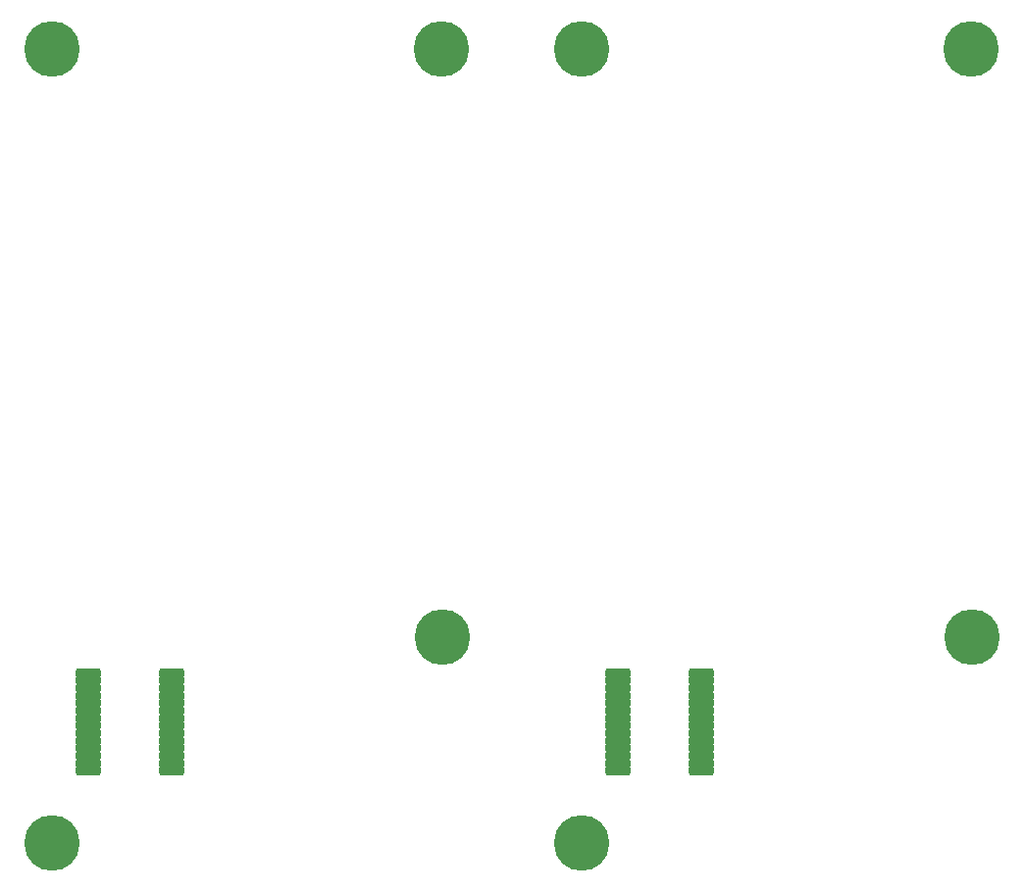
<source format=gbs>
%TF.GenerationSoftware,KiCad,Pcbnew,(6.0.5-0)*%
%TF.CreationDate,2022-06-26T01:51:53+09:00*%
%TF.ProjectId,MTCH6102_breakout_panel,4d544348-3631-4303-925f-627265616b6f,rev?*%
%TF.SameCoordinates,PX649cd60PY5a74bd0*%
%TF.FileFunction,Soldermask,Bot*%
%TF.FilePolarity,Negative*%
%FSLAX46Y46*%
G04 Gerber Fmt 4.6, Leading zero omitted, Abs format (unit mm)*
G04 Created by KiCad (PCBNEW (6.0.5-0)) date 2022-06-26 01:51:53*
%MOMM*%
%LPD*%
G01*
G04 APERTURE LIST*
G04 Aperture macros list*
%AMRoundRect*
0 Rectangle with rounded corners*
0 $1 Rounding radius*
0 $2 $3 $4 $5 $6 $7 $8 $9 X,Y pos of 4 corners*
0 Add a 4 corners polygon primitive as box body*
4,1,4,$2,$3,$4,$5,$6,$7,$8,$9,$2,$3,0*
0 Add four circle primitives for the rounded corners*
1,1,$1+$1,$2,$3*
1,1,$1+$1,$4,$5*
1,1,$1+$1,$6,$7*
1,1,$1+$1,$8,$9*
0 Add four rect primitives between the rounded corners*
20,1,$1+$1,$2,$3,$4,$5,0*
20,1,$1+$1,$4,$5,$6,$7,0*
20,1,$1+$1,$6,$7,$8,$9,0*
20,1,$1+$1,$8,$9,$2,$3,0*%
G04 Aperture macros list end*
%ADD10C,1.100000*%
%ADD11C,4.800000*%
%ADD12RoundRect,0.200000X0.875000X0.225000X-0.875000X0.225000X-0.875000X-0.225000X0.875000X-0.225000X0*%
G04 APERTURE END LIST*
D10*
X36217274Y-4976726D03*
X37384000Y-5460000D03*
D11*
X37384000Y-3810000D03*
D10*
X37384000Y-2160000D03*
X38550726Y-4976726D03*
X35734000Y-3810000D03*
X39034000Y-3810000D03*
X38550726Y-2643274D03*
X36217274Y-2643274D03*
X84754000Y-3810000D03*
X81937274Y-4976726D03*
X83104000Y-5460000D03*
X84270726Y-4976726D03*
X84270726Y-2643274D03*
D11*
X83104000Y-3810000D03*
D10*
X81937274Y-2643274D03*
X81454000Y-3810000D03*
X83104000Y-2160000D03*
X4959226Y-71223274D03*
X2625774Y-71223274D03*
X2142500Y-72390000D03*
D11*
X3792500Y-72390000D03*
D10*
X3792500Y-70740000D03*
X2625774Y-73556726D03*
X5442500Y-72390000D03*
X3792500Y-74040000D03*
X4959226Y-73556726D03*
D11*
X83167500Y-54610000D03*
D10*
X82000774Y-53443274D03*
X84334226Y-55776726D03*
X83167500Y-56260000D03*
X84334226Y-53443274D03*
X82000774Y-55776726D03*
X81517500Y-54610000D03*
X84817500Y-54610000D03*
X83167500Y-52960000D03*
D11*
X49512500Y-72390000D03*
D10*
X48345774Y-71223274D03*
X51162500Y-72390000D03*
X48345774Y-73556726D03*
X50679226Y-71223274D03*
X49512500Y-70740000D03*
X50679226Y-73556726D03*
X47862500Y-72390000D03*
X49512500Y-74040000D03*
X49512500Y-2160000D03*
X51162500Y-3810000D03*
X50679226Y-4976726D03*
D11*
X49512500Y-3810000D03*
D10*
X48345774Y-2643274D03*
X50679226Y-2643274D03*
X49512500Y-5460000D03*
X48345774Y-4976726D03*
X47862500Y-3810000D03*
X36280774Y-55776726D03*
D11*
X37447500Y-54610000D03*
D10*
X37447500Y-56260000D03*
X35797500Y-54610000D03*
X36280774Y-53443274D03*
X38614226Y-53443274D03*
X39097500Y-54610000D03*
X37447500Y-52960000D03*
X38614226Y-55776726D03*
X2625774Y-4976726D03*
X2142500Y-3810000D03*
X3792500Y-5460000D03*
X3792500Y-2160000D03*
D11*
X3792500Y-3810000D03*
D10*
X4959226Y-4976726D03*
X4959226Y-2643274D03*
X5442500Y-3810000D03*
X2625774Y-2643274D03*
D12*
X14100000Y-57717000D03*
X14100000Y-58367000D03*
X14100000Y-59017000D03*
X14100000Y-59667000D03*
X14100000Y-60317000D03*
X14100000Y-60967000D03*
X14100000Y-61617000D03*
X14100000Y-62267000D03*
X14100000Y-62917000D03*
X14100000Y-63567000D03*
X14100000Y-64217000D03*
X14100000Y-64867000D03*
X14100000Y-65517000D03*
X14100000Y-66167000D03*
X6900000Y-66167000D03*
X6900000Y-65517000D03*
X6900000Y-64867000D03*
X6900000Y-64217000D03*
X6900000Y-63567000D03*
X6900000Y-62917000D03*
X6900000Y-62267000D03*
X6900000Y-61617000D03*
X6900000Y-60967000D03*
X6900000Y-60317000D03*
X6900000Y-59667000D03*
X6900000Y-59017000D03*
X6900000Y-58367000D03*
X6900000Y-57717000D03*
X59820000Y-57717000D03*
X59820000Y-58367000D03*
X59820000Y-59017000D03*
X59820000Y-59667000D03*
X59820000Y-60317000D03*
X59820000Y-60967000D03*
X59820000Y-61617000D03*
X59820000Y-62267000D03*
X59820000Y-62917000D03*
X59820000Y-63567000D03*
X59820000Y-64217000D03*
X59820000Y-64867000D03*
X59820000Y-65517000D03*
X59820000Y-66167000D03*
X52620000Y-66167000D03*
X52620000Y-65517000D03*
X52620000Y-64867000D03*
X52620000Y-64217000D03*
X52620000Y-63567000D03*
X52620000Y-62917000D03*
X52620000Y-62267000D03*
X52620000Y-61617000D03*
X52620000Y-60967000D03*
X52620000Y-60317000D03*
X52620000Y-59667000D03*
X52620000Y-59017000D03*
X52620000Y-58367000D03*
X52620000Y-57717000D03*
M02*

</source>
